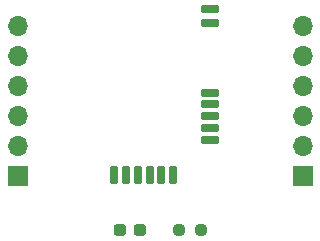
<source format=gts>
%TF.GenerationSoftware,KiCad,Pcbnew,8.0.2-8.0.2-0~ubuntu22.04.1*%
%TF.CreationDate,2024-05-29T19:46:19+02:00*%
%TF.ProjectId,nrf51_devboard,6e726635-315f-4646-9576-626f6172642e,0.1*%
%TF.SameCoordinates,Original*%
%TF.FileFunction,Soldermask,Top*%
%TF.FilePolarity,Negative*%
%FSLAX46Y46*%
G04 Gerber Fmt 4.6, Leading zero omitted, Abs format (unit mm)*
G04 Created by KiCad (PCBNEW 8.0.2-8.0.2-0~ubuntu22.04.1) date 2024-05-29 19:46:19*
%MOMM*%
%LPD*%
G01*
G04 APERTURE LIST*
G04 Aperture macros list*
%AMRoundRect*
0 Rectangle with rounded corners*
0 $1 Rounding radius*
0 $2 $3 $4 $5 $6 $7 $8 $9 X,Y pos of 4 corners*
0 Add a 4 corners polygon primitive as box body*
4,1,4,$2,$3,$4,$5,$6,$7,$8,$9,$2,$3,0*
0 Add four circle primitives for the rounded corners*
1,1,$1+$1,$2,$3*
1,1,$1+$1,$4,$5*
1,1,$1+$1,$6,$7*
1,1,$1+$1,$8,$9*
0 Add four rect primitives between the rounded corners*
20,1,$1+$1,$2,$3,$4,$5,0*
20,1,$1+$1,$4,$5,$6,$7,0*
20,1,$1+$1,$6,$7,$8,$9,0*
20,1,$1+$1,$8,$9,$2,$3,0*%
G04 Aperture macros list end*
%ADD10R,1.700000X1.700000*%
%ADD11O,1.700000X1.700000*%
%ADD12RoundRect,0.237500X0.250000X0.237500X-0.250000X0.237500X-0.250000X-0.237500X0.250000X-0.237500X0*%
%ADD13RoundRect,0.102000X0.250000X-0.635000X0.250000X0.635000X-0.250000X0.635000X-0.250000X-0.635000X0*%
%ADD14RoundRect,0.102000X-0.635000X-0.250000X0.635000X-0.250000X0.635000X0.250000X-0.635000X0.250000X0*%
%ADD15RoundRect,0.237500X-0.287500X-0.237500X0.287500X-0.237500X0.287500X0.237500X-0.287500X0.237500X0*%
G04 APERTURE END LIST*
D10*
%TO.C,J1*%
X93980000Y-63500000D03*
D11*
X93980000Y-60960000D03*
X93980000Y-58420000D03*
X93980000Y-55880000D03*
X93980000Y-53340000D03*
X93980000Y-50800000D03*
%TD*%
D12*
%TO.C,R1*%
X109500000Y-68000000D03*
X107675000Y-68000000D03*
%TD*%
D10*
%TO.C,J2*%
X118110000Y-63500000D03*
D11*
X118110000Y-60960000D03*
X118110000Y-58420000D03*
X118110000Y-55880000D03*
X118110000Y-53340000D03*
X118110000Y-50800000D03*
%TD*%
D13*
%TO.C,U1*%
X102154500Y-63390000D03*
X103154500Y-63390000D03*
X104154500Y-63390000D03*
X105154500Y-63390000D03*
X106154500Y-63390000D03*
X107154500Y-63390000D03*
D14*
X110254500Y-60390000D03*
X110254500Y-59390000D03*
X110254500Y-58390000D03*
X110254500Y-57390000D03*
X110254500Y-56390000D03*
X110254500Y-50490000D03*
X110254500Y-49340000D03*
%TD*%
D15*
%TO.C,D1*%
X102625000Y-68000000D03*
X104375000Y-68000000D03*
%TD*%
M02*

</source>
